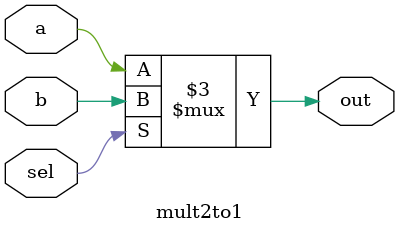
<source format=sv>
`ifndef MULT_DEMULT_SV
`define MULT_DEMULT_SV

module mult2to1 #(parameter WIDTH=1) (
input wire sel,
input wire [WIDTH-1:0] a,
input wire [WIDTH-1:0] b,
output reg [WIDTH-1:0] out );

always @(*) begin
	if(sel) begin
		out <= b;
	end else begin
		out <= a;
	end
end

endmodule

`endif
</source>
